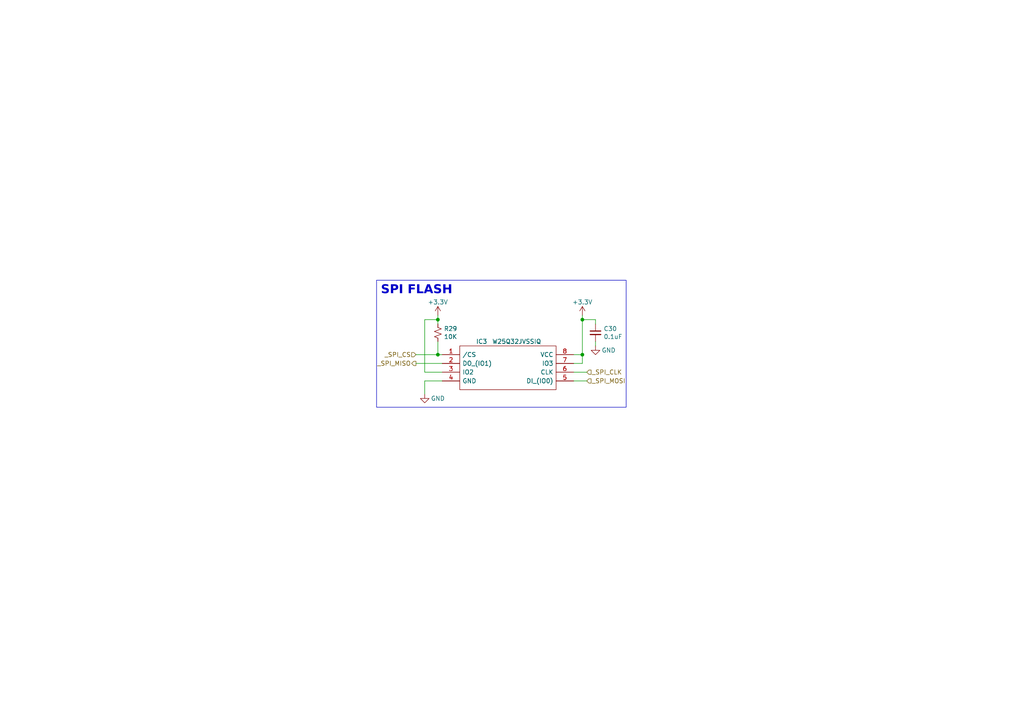
<source format=kicad_sch>
(kicad_sch (version 20230121) (generator eeschema)
  (paper "A4")
  (lib_symbols
    (symbol "3rd_Memory_Flash:W25Q32JVSSIQ" (pin_names (offset 0.762))
      (property "Reference" "IC" (at 34.29 7.62 0))
      (property "Value" "W25Q32JVSSIQ" (at 34.29 5.08 0))
      (symbol "W25Q32JVSSIQ_0_0"
        (pin passive line (at 0 0 0) (length 5.08) (name "/CS") (number "1"))
        (pin passive line (at 0 -2.54 0) (length 5.08) (name "DO_(IO1)") (number "2"))
        (pin passive line (at 0 -5.08 0) (length 5.08) (name "IO2") (number "3"))
        (pin passive line (at 0 -7.62 0) (length 5.08) (name "GND") (number "4"))
        (pin passive line (at 38.1 -7.62 180) (length 5.08) (name "DI_(IO0)") (number "5"))
        (pin passive line (at 38.1 -5.08 180) (length 5.08) (name "CLK") (number "6"))
        (pin passive line (at 38.1 -2.54 180) (length 5.08) (name "IO3") (number "7"))
        (pin passive line (at 38.1 0 180) (length 5.08) (name "VCC") (number "8"))
      )
      (symbol "W25Q32JVSSIQ_0_1"
        (polyline (pts (xy 5.08 2.54) (xy 33.02 2.54) (xy 33.02 -10.16) (xy 5.08 -10.16) (xy 5.08 2.54)) (stroke (width 0.1524)))
      )
    )
    (symbol "Device:C_Small" (pin_numbers hide) (pin_names (offset 0.254) hide)
      (property "Reference" "C" (at 0.254 1.778 0))
      (property "Value" "C_Small" (at 0.254 -2.032 0))
      (symbol "C_Small_0_1"
        (polyline (pts (xy -1.524 -0.508) (xy 1.524 -0.508)) (stroke (width 0.3302)))
        (polyline (pts (xy -1.524 0.508) (xy 1.524 0.508)) (stroke (width 0.3048)))
      )
      (symbol "C_Small_1_1"
        (pin passive line (at 0 2.54 270) (length 2.032) (name "~") (number "1"))
        (pin passive line (at 0 -2.54 90) (length 2.032) (name "~") (number "2"))
      )
    )
    (symbol "Device:R_Small_US" (pin_numbers hide) (pin_names (offset 0.254) hide)
      (property "Reference" "R" (at 0.762 0.508 0))
      (property "Value" "R_Small_US" (at 0.762 -1.016 0))
      (symbol "R_Small_US_1_1"
        (polyline (pts (xy 0 0) (xy 1.016 -0.381) (xy 0 -0.762) (xy -1.016 -1.143) (xy 0 -1.524)))
        (polyline (pts (xy 0 1.524) (xy 1.016 1.143) (xy 0 0.762) (xy -1.016 0.381) (xy 0 0)))
        (pin passive line (at 0 2.54 270) (length 1.016) (name "~") (number "1"))
        (pin passive line (at 0 -2.54 90) (length 1.016) (name "~") (number "2"))
      )
    )
    (symbol "power:+3.3V" (power) (pin_names (offset 0))
      (property "Value" "+3.3V" (at 0 3.556 0))
      (symbol "+3.3V_0_1"
        (polyline (pts (xy -0.762 1.27) (xy 0 2.54)))
        (polyline (pts (xy 0 0) (xy 0 2.54)))
        (polyline (pts (xy 0 2.54) (xy 0.762 1.27)))
      )
      (symbol "+3.3V_1_1"
        (pin power_in line (at 0 0 90) (length 0) hide (name "+3.3V") (number "1"))
      )
    )
    (symbol "power:GND" (power) (pin_names (offset 0))
      (property "Value" "GND" (at 0 -3.81 0))
      (symbol "GND_0_1"
        (polyline (pts (xy 0 0) (xy 0 -1.27) (xy 1.27 -1.27) (xy 0 -2.54) (xy -1.27 -1.27) (xy 0 -1.27)))
      )
      (symbol "GND_1_1"
        (pin power_in line (at 0 0 270) (length 0) hide (name "GND") (number "1"))
      )
    )
  )
  (junction (at 127 92.71))
  (junction (at 168.91 102.87))
  (junction (at 127 102.87))
  (junction (at 168.91 92.71))
  (wire (pts (xy 168.91 105.41) (xy 168.91 102.87)))
  (wire (pts (xy 120.65 102.87) (xy 127 102.87)))
  (wire (pts (xy 123.19 114.3) (xy 123.19 110.49)))
  (wire (pts (xy 166.37 110.49) (xy 170.18 110.49)))
  (wire (pts (xy 168.91 92.71) (xy 168.91 102.87)))
  (wire (pts (xy 123.19 110.49) (xy 128.27 110.49)))
  (wire (pts (xy 127 99.06) (xy 127 102.87)))
  (wire (pts (xy 127 92.71) (xy 127 93.98)))
  (wire (pts (xy 172.72 100.33) (xy 172.72 99.06)))
  (wire (pts (xy 127 91.44) (xy 127 92.71)))
  (wire (pts (xy 128.27 107.95) (xy 123.19 107.95)))
  (wire (pts (xy 123.19 92.71) (xy 127 92.71)))
  (wire (pts (xy 172.72 93.98) (xy 172.72 92.71)))
  (wire (pts (xy 120.65 105.41) (xy 128.27 105.41)))
  (wire (pts (xy 168.91 92.71) (xy 172.72 92.71)))
  (wire (pts (xy 127 102.87) (xy 128.27 102.87)))
  (wire (pts (xy 166.37 102.87) (xy 168.91 102.87)))
  (wire (pts (xy 168.91 92.71) (xy 168.91 91.44)))
  (wire (pts (xy 123.19 107.95) (xy 123.19 92.71)))
  (wire (pts (xy 166.37 107.95) (xy 170.18 107.95)))
  (wire (pts (xy 166.37 105.41) (xy 168.91 105.41)))
  (rectangle (start 109.22 81.28) (end 181.61 118.11))
  (text "SPI FLASH" (at 110.49 86.36 0) (effects (font (size 2.54 2.54) (thickness 0.508) bold) (justify left bottom)))
  (hierarchical_label "_SPI_MISO" (shape output) (at 120.65 105.41 180))
  (hierarchical_label "_SPI_MOSI" (shape input) (at 170.18 110.49 0))
  (hierarchical_label "_SPI_CLK" (shape input) (at 170.18 107.95 0))
  (hierarchical_label "_SPI_CS" (shape input) (at 120.65 102.87 180))
  (symbol (lib_id "power:GND") (at 172.72 100.33 0) (unit 1)
    (property "Reference" "#PWR083" (effects hide))
    (property "Value" "GND" (at 176.53 101.6 0))
    (instances (project "LinuxDK" (path "" (reference "#PWR083") (unit 1)) (path "" (reference "#PWR085") (unit 1))) (project "StepDriver" (path "" (reference "#PWR013") (unit 1))))
  )
  (symbol (lib_id "Device:C_Small") (at 172.72 96.52 0) (unit 1)
    (property "Reference" "C30" (at 175.0568 95.3516 0) (effects (justify left)))
    (property "Value" "0.1uF" (at 175.0568 97.663 0) (effects (justify left)))
    (property "Footprint" "Capacitor_SMD:C_0603_1608Metric" (effects hide))
    (instances (project "LinuxDK" (path "" (reference "C30") (unit 1)) (path "" (reference "C30") (unit 1))) (project "StepDriver" (path "" (reference "C11") (unit 1))))
  )
  (symbol (lib_id "3rd_Memory_Flash:W25Q32JVSSIQ") (at 128.27 102.87 0) (unit 1)
    (property "Reference" "IC3" (at 139.7 99.06 0))
    (property "Value" "W25Q32JVSSIQ" (at 149.86 99.06 0))
    (property "Footprint" "3rd_Memory_Flash:SOIC-8_L4.8-W5.8-P1.27_W25Q32JVSS" (effects hide))
    (property "Datasheet" "https://www.winbond.com/resource-files/w25q32jv%20spi%20revc%2008302016.pdf" (effects hide))
    (property "Description" "NOR Flash spiFlash, 32M-bit, DTR, 4Kb Uniform Sector" (effects hide))
    (property "Height" "2.16" (effects hide))
    (property "Manufacturer_Name" "Winbond" (effects hide))
    (property "Manufacturer_Part_Number" "W25Q32JVSSIQ" (effects hide))
    (property "Mouser Part Number" "454-W25Q32JVSSIQ" (effects hide))
    (property "Mouser Price/Stock" "https://www.mouser.co.uk/ProductDetail/Winbond/W25Q32JVSSIQ?qs=qSfuJ%252Bfl%2Fd4PGZSN0WxfCA%3D%3D" (effects hide))
    (property "Arrow Part Number" "W25Q32JVSSIQ" (effects hide))
    (property "Arrow Price/Stock" "https://www.arrow.com/en/products/w25q32jvssiq/winbond-electronics?region=nac" (effects hide))
  )
  (symbol (lib_id "power:GND") (at 123.19 114.3 0) (unit 1)
    (property "Reference" "#PWR085" (effects hide))
    (property "Value" "GND" (at 127 115.57 0))
    (instances (project "LinuxDK" (path "" (reference "#PWR085") (unit 1)) (path "" (reference "#PWR082") (unit 1))) (project "StepDriver" (path "" (reference "#PWR013") (unit 1))))
  )
  (symbol (lib_id "power:+3.3V") (at 127 91.44 0) (unit 1)
    (property "Reference" "#PWR084" (effects hide))
    (property "Value" "+3.3V" (at 127 87.63 0))
    (instances (project "LinuxDK" (path "" (reference "#PWR084") (unit 1)) (path "" (reference "#PWR083") (unit 1))) (project "StepDriver" (path "" (reference "#PWR012") (unit 1))))
  )
  (symbol (lib_id "Device:R_Small_US") (at 127 96.52 0) (unit 1)
    (property "Reference" "R29" (at 128.7272 95.3516 0) (effects (justify left)))
    (property "Value" "10K" (at 128.7272 97.663 0) (effects (justify left)))
    (property "Footprint" "Resistor_SMD:R_0603_1608Metric" (effects hide))
    (instances (project "LinuxDK" (path "" (reference "R29") (unit 1)) (path "" (reference "R29") (unit 1))) (project "StepDriver" (path "" (reference "R5") (unit 1))))
  )
  (symbol (lib_id "power:+3.3V") (at 168.91 91.44 0) (unit 1)
    (property "Reference" "#PWR082" (effects hide))
    (property "Value" "+3.3V" (at 168.91 87.63 0))
    (instances (project "LinuxDK" (path "" (reference "#PWR082") (unit 1)) (path "" (reference "#PWR084") (unit 1))) (project "StepDriver" (path "" (reference "#PWR012") (unit 1))))
  )
)
</source>
